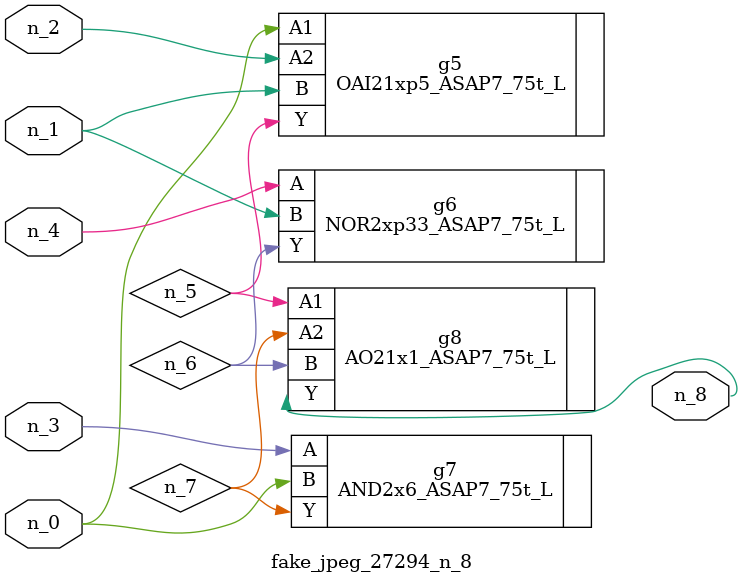
<source format=v>
module fake_jpeg_27294_n_8 (n_3, n_2, n_1, n_0, n_4, n_8);

input n_3;
input n_2;
input n_1;
input n_0;
input n_4;

output n_8;

wire n_6;
wire n_5;
wire n_7;

OAI21xp5_ASAP7_75t_L g5 ( 
.A1(n_0),
.A2(n_2),
.B(n_1),
.Y(n_5)
);

NOR2xp33_ASAP7_75t_L g6 ( 
.A(n_4),
.B(n_1),
.Y(n_6)
);

AND2x6_ASAP7_75t_L g7 ( 
.A(n_3),
.B(n_0),
.Y(n_7)
);

AO21x1_ASAP7_75t_L g8 ( 
.A1(n_5),
.A2(n_7),
.B(n_6),
.Y(n_8)
);


endmodule
</source>
